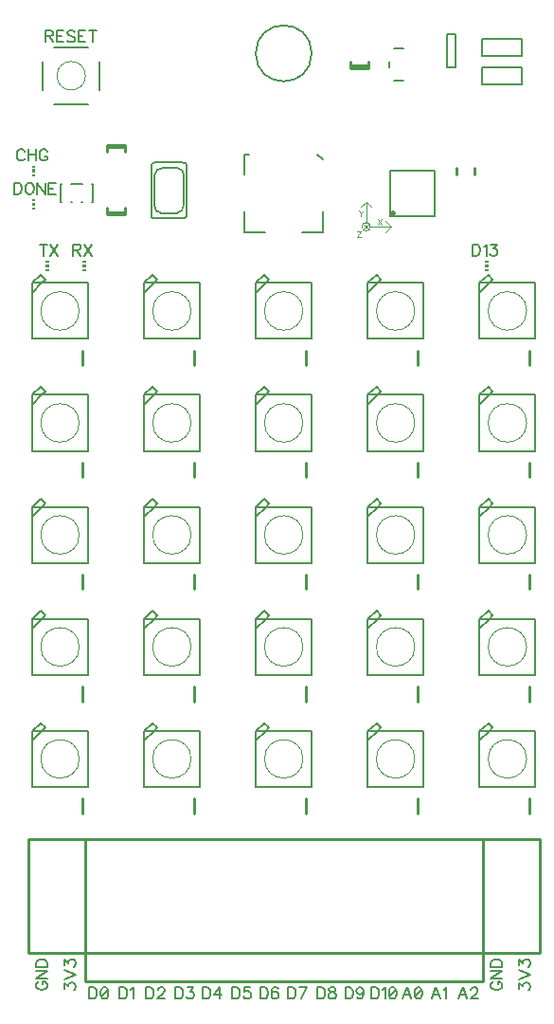
<source format=gbr>
G04 DipTrace 2.4.0.2*
%INTopSilk.gbr*%
%MOIN*%
%ADD10C,0.0098*%
%ADD12C,0.003*%
%ADD13C,0.0197*%
%ADD21C,0.0079*%
%ADD22C,0.0039*%
%ADD29C,0.005*%
%ADD30C,0.006*%
%ADD33C,0.0*%
%ADD60C,0.0062*%
%FSLAX44Y44*%
G04*
G70*
G90*
G75*
G01*
%LNTopSilk*%
%LPD*%
X3622Y30358D2*
D10*
X4252D1*
X3622Y30433D2*
X4252D1*
X3622D2*
Y30197D1*
X4252Y30433D2*
Y30197D1*
Y28067D2*
X3622D1*
X4252Y27992D2*
X3622D1*
X4252D2*
Y28228D1*
X3622Y27992D2*
Y28228D1*
X12815Y33224D2*
X12185D1*
X12815Y33150D2*
X12185D1*
X12815D2*
Y33386D1*
X12185Y33150D2*
Y33386D1*
X2756Y23208D2*
Y22697D1*
X6693Y23208D2*
Y22697D1*
X10630Y23208D2*
Y22697D1*
X14567Y23208D2*
Y22697D1*
X18504Y23208D2*
Y22697D1*
X2756Y19271D2*
Y18760D1*
X6693Y19271D2*
Y18760D1*
X10630Y19271D2*
Y18760D1*
X14567Y19271D2*
Y18760D1*
X18504Y19271D2*
Y18760D1*
X2756Y15334D2*
Y14823D1*
X6693Y15334D2*
Y14823D1*
X10630Y15334D2*
Y14823D1*
X14567Y15334D2*
Y14823D1*
X18504Y15334D2*
Y14823D1*
X2756Y11397D2*
Y10886D1*
X6693Y11397D2*
Y10886D1*
X10630Y11397D2*
Y10886D1*
X14567Y11397D2*
Y10886D1*
X18504Y11397D2*
Y10886D1*
X2756Y7460D2*
Y6949D1*
X6693Y7460D2*
Y6949D1*
X10630Y7460D2*
Y6949D1*
X14567Y7460D2*
Y6949D1*
X18504Y7460D2*
Y6949D1*
X16820Y34158D2*
D29*
X18220D1*
Y33558D1*
X16820D1*
Y34158D1*
Y33174D2*
X18220D1*
Y32574D1*
X16820D1*
Y33174D1*
X15926Y29645D2*
D10*
Y29410D1*
X16555Y29645D2*
Y29410D1*
G36*
X1102Y29646D2*
X984D1*
Y29705D1*
X1102D1*
Y29646D1*
G37*
G36*
Y29350D2*
X984D1*
Y29409D1*
X1102D1*
Y29350D1*
G37*
G36*
Y29468D2*
X984D1*
Y29587D1*
X1102D1*
Y29468D1*
G37*
G36*
Y28465D2*
X984D1*
Y28524D1*
X1102D1*
Y28465D1*
G37*
G36*
Y28169D2*
X984D1*
Y28228D1*
X1102D1*
Y28169D1*
G37*
G36*
Y28287D2*
X984D1*
Y28405D1*
X1102D1*
Y28287D1*
G37*
G36*
X1457Y26063D2*
X1575D1*
Y26004D1*
X1457D1*
Y26063D1*
G37*
G36*
Y26358D2*
X1575D1*
Y26299D1*
X1457D1*
Y26358D1*
G37*
G36*
Y26240D2*
X1575D1*
Y26122D1*
X1457D1*
Y26240D1*
G37*
G36*
X2874Y26299D2*
X2756D1*
Y26358D1*
X2874D1*
Y26299D1*
G37*
G36*
Y26004D2*
X2756D1*
Y26063D1*
X2874D1*
Y26004D1*
G37*
G36*
Y26122D2*
X2756D1*
Y26240D1*
X2874D1*
Y26122D1*
G37*
G36*
X17047Y26299D2*
X16929D1*
Y26358D1*
X17047D1*
Y26299D1*
G37*
G36*
Y26004D2*
X16929D1*
Y26063D1*
X17047D1*
Y26004D1*
G37*
G36*
Y26122D2*
X16929D1*
Y26240D1*
X17047D1*
Y26122D1*
G37*
X1291Y24606D2*
D33*
G02X1291Y24606I677J0D01*
G01*
X2953Y23622D2*
D29*
X984D1*
Y25236D1*
Y25591D1*
X1339D1*
X2953D1*
Y23622D1*
X984Y25236D2*
X1339Y25591D1*
X1457Y25709D1*
X1299Y25866D1*
X984Y25591D1*
X5228Y24606D2*
D33*
G02X5228Y24606I677J0D01*
G01*
X6890Y23622D2*
D29*
X4921D1*
Y25236D1*
Y25591D1*
X5276D1*
X6890D1*
Y23622D1*
X4921Y25236D2*
X5276Y25591D1*
X5394Y25709D1*
X5236Y25866D1*
X4921Y25591D1*
X9165Y24606D2*
D33*
G02X9165Y24606I677J0D01*
G01*
X10827Y23622D2*
D29*
X8858D1*
Y25236D1*
Y25591D1*
X9213D1*
X10827D1*
Y23622D1*
X8858Y25236D2*
X9213Y25591D1*
X9331Y25709D1*
X9173Y25866D1*
X8858Y25591D1*
X13102Y24606D2*
D33*
G02X13102Y24606I677J0D01*
G01*
X14764Y23622D2*
D29*
X12795D1*
Y25236D1*
Y25591D1*
X13150D1*
X14764D1*
Y23622D1*
X12795Y25236D2*
X13150Y25591D1*
X13268Y25709D1*
X13110Y25866D1*
X12795Y25591D1*
X17039Y24606D2*
D33*
G02X17039Y24606I677J0D01*
G01*
X18701Y23622D2*
D29*
X16732D1*
Y25236D1*
Y25591D1*
X17087D1*
X18701D1*
Y23622D1*
X16732Y25236D2*
X17087Y25591D1*
X17205Y25709D1*
X17047Y25866D1*
X16732Y25591D1*
X1291Y20669D2*
D33*
G02X1291Y20669I677J0D01*
G01*
X2953Y19685D2*
D29*
X984D1*
Y21299D1*
Y21654D1*
X1339D1*
X2953D1*
Y19685D1*
X984Y21299D2*
X1339Y21654D1*
X1457Y21772D1*
X1299Y21929D1*
X984Y21654D1*
X5228Y20669D2*
D33*
G02X5228Y20669I677J0D01*
G01*
X6890Y19685D2*
D29*
X4921D1*
Y21299D1*
Y21654D1*
X5276D1*
X6890D1*
Y19685D1*
X4921Y21299D2*
X5276Y21654D1*
X5394Y21772D1*
X5236Y21929D1*
X4921Y21654D1*
X9165Y20669D2*
D33*
G02X9165Y20669I677J0D01*
G01*
X10827Y19685D2*
D29*
X8858D1*
Y21299D1*
Y21654D1*
X9213D1*
X10827D1*
Y19685D1*
X8858Y21299D2*
X9213Y21654D1*
X9331Y21772D1*
X9173Y21929D1*
X8858Y21654D1*
X13102Y20669D2*
D33*
G02X13102Y20669I677J0D01*
G01*
X14764Y19685D2*
D29*
X12795D1*
Y21299D1*
Y21654D1*
X13150D1*
X14764D1*
Y19685D1*
X12795Y21299D2*
X13150Y21654D1*
X13268Y21772D1*
X13110Y21929D1*
X12795Y21654D1*
X17039Y20669D2*
D33*
G02X17039Y20669I677J0D01*
G01*
X18701Y19685D2*
D29*
X16732D1*
Y21299D1*
Y21654D1*
X17087D1*
X18701D1*
Y19685D1*
X16732Y21299D2*
X17087Y21654D1*
X17205Y21772D1*
X17047Y21929D1*
X16732Y21654D1*
X1291Y16732D2*
D33*
G02X1291Y16732I677J0D01*
G01*
X2953Y15748D2*
D29*
X984D1*
Y17362D1*
Y17717D1*
X1339D1*
X2953D1*
Y15748D1*
X984Y17362D2*
X1339Y17717D1*
X1457Y17835D1*
X1299Y17992D1*
X984Y17717D1*
X5228Y16732D2*
D33*
G02X5228Y16732I677J0D01*
G01*
X6890Y15748D2*
D29*
X4921D1*
Y17362D1*
Y17717D1*
X5276D1*
X6890D1*
Y15748D1*
X4921Y17362D2*
X5276Y17717D1*
X5394Y17835D1*
X5236Y17992D1*
X4921Y17717D1*
X9165Y16732D2*
D33*
G02X9165Y16732I677J0D01*
G01*
X10827Y15748D2*
D29*
X8858D1*
Y17362D1*
Y17717D1*
X9213D1*
X10827D1*
Y15748D1*
X8858Y17362D2*
X9213Y17717D1*
X9331Y17835D1*
X9173Y17992D1*
X8858Y17717D1*
X13102Y16732D2*
D33*
G02X13102Y16732I677J0D01*
G01*
X14764Y15748D2*
D29*
X12795D1*
Y17362D1*
Y17717D1*
X13150D1*
X14764D1*
Y15748D1*
X12795Y17362D2*
X13150Y17717D1*
X13268Y17835D1*
X13110Y17992D1*
X12795Y17717D1*
X17039Y16732D2*
D33*
G02X17039Y16732I677J0D01*
G01*
X18701Y15748D2*
D29*
X16732D1*
Y17362D1*
Y17717D1*
X17087D1*
X18701D1*
Y15748D1*
X16732Y17362D2*
X17087Y17717D1*
X17205Y17835D1*
X17047Y17992D1*
X16732Y17717D1*
X1291Y12795D2*
D33*
G02X1291Y12795I677J0D01*
G01*
X2953Y11811D2*
D29*
X984D1*
Y13425D1*
Y13780D1*
X1339D1*
X2953D1*
Y11811D1*
X984Y13425D2*
X1339Y13780D1*
X1457Y13898D1*
X1299Y14055D1*
X984Y13780D1*
X5228Y12795D2*
D33*
G02X5228Y12795I677J0D01*
G01*
X6890Y11811D2*
D29*
X4921D1*
Y13425D1*
Y13780D1*
X5276D1*
X6890D1*
Y11811D1*
X4921Y13425D2*
X5276Y13780D1*
X5394Y13898D1*
X5236Y14055D1*
X4921Y13780D1*
X9165Y12795D2*
D33*
G02X9165Y12795I677J0D01*
G01*
X10827Y11811D2*
D29*
X8858D1*
Y13425D1*
Y13780D1*
X9213D1*
X10827D1*
Y11811D1*
X8858Y13425D2*
X9213Y13780D1*
X9331Y13898D1*
X9173Y14055D1*
X8858Y13780D1*
X13102Y12795D2*
D33*
G02X13102Y12795I677J0D01*
G01*
X14764Y11811D2*
D29*
X12795D1*
Y13425D1*
Y13780D1*
X13150D1*
X14764D1*
Y11811D1*
X12795Y13425D2*
X13150Y13780D1*
X13268Y13898D1*
X13110Y14055D1*
X12795Y13780D1*
X17039Y12795D2*
D33*
G02X17039Y12795I677J0D01*
G01*
X18701Y11811D2*
D29*
X16732D1*
Y13425D1*
Y13780D1*
X17087D1*
X18701D1*
Y11811D1*
X16732Y13425D2*
X17087Y13780D1*
X17205Y13898D1*
X17047Y14055D1*
X16732Y13780D1*
X1291Y8858D2*
D33*
G02X1291Y8858I677J0D01*
G01*
X2953Y7874D2*
D29*
X984D1*
Y9488D1*
Y9843D1*
X1339D1*
X2953D1*
Y7874D1*
X984Y9488D2*
X1339Y9843D1*
X1457Y9961D1*
X1299Y10118D1*
X984Y9843D1*
X5228Y8858D2*
D33*
G02X5228Y8858I677J0D01*
G01*
X6890Y7874D2*
D29*
X4921D1*
Y9488D1*
Y9843D1*
X5276D1*
X6890D1*
Y7874D1*
X4921Y9488D2*
X5276Y9843D1*
X5394Y9961D1*
X5236Y10118D1*
X4921Y9843D1*
X9165Y8858D2*
D33*
G02X9165Y8858I677J0D01*
G01*
X10827Y7874D2*
D29*
X8858D1*
Y9488D1*
Y9843D1*
X9213D1*
X10827D1*
Y7874D1*
X8858Y9488D2*
X9213Y9843D1*
X9331Y9961D1*
X9173Y10118D1*
X8858Y9843D1*
X13102Y8858D2*
D33*
G02X13102Y8858I677J0D01*
G01*
X14764Y7874D2*
D29*
X12795D1*
Y9488D1*
Y9843D1*
X13150D1*
X14764D1*
Y7874D1*
X12795Y9488D2*
X13150Y9843D1*
X13268Y9961D1*
X13110Y10118D1*
X12795Y9843D1*
X17039Y8858D2*
D33*
G02X17039Y8858I677J0D01*
G01*
X18701Y7874D2*
D29*
X16732D1*
Y9488D1*
Y9843D1*
X17087D1*
X18701D1*
Y7874D1*
X16732Y9488D2*
X17087Y9843D1*
X17205Y9961D1*
X17047Y10118D1*
X16732Y9843D1*
X2842Y6043D2*
D10*
X16843D1*
Y2043D1*
X2842D1*
Y6043D1*
Y2043D2*
X16843D1*
Y1043D1*
X2842D1*
Y2043D1*
X843Y6043D2*
X2842D1*
Y2043D1*
X843D1*
Y6043D1*
X16843D2*
X18843D1*
Y2043D1*
X16843D1*
Y6043D1*
X1862Y32874D2*
D33*
G02X1862Y32874I500J0D01*
G01*
X1362Y32386D2*
D21*
Y33374D1*
X1756Y33874D2*
X2968D1*
X3362Y33362D2*
Y32386D1*
X2968Y31874D2*
X1756D1*
X15898Y34320D2*
D30*
Y33180D1*
X15598D1*
Y34320D1*
X15898D1*
X3119Y29059D2*
Y28421D1*
X1999D2*
Y29059D1*
X2354D2*
X2765D1*
X2391Y28421D2*
X2354D1*
X2765D2*
X2728D1*
X2036D2*
X1999D1*
X3119D2*
X3082D1*
Y29059D2*
X3119D1*
X1999D2*
X2036D1*
X13709Y33828D2*
D21*
X14047D1*
Y32708D2*
X13709D1*
X13559Y33162D2*
Y33373D1*
X8465Y28091D2*
Y27362D1*
X9193D2*
X8465D1*
Y29390D2*
Y30118D1*
X8622D1*
X10492Y27362D2*
X11220D1*
Y28091D1*
Y29921D2*
X11024Y30118D1*
X13661Y28071D2*
D33*
G02X13661Y28071I39J0D01*
G01*
X15158Y27953D2*
D29*
Y29528D1*
X13583D1*
Y27953D1*
X15158D1*
X6286Y29823D2*
G02X6437Y29711I19J-131D01*
G01*
Y27966D1*
G02X6286Y27854I-131J20D01*
G01*
X5265D1*
G02X5177Y27942I0J88D01*
G01*
Y29698D1*
G02X5302Y29823I125J0D01*
G01*
X6286D1*
X5295Y28287D2*
Y29390D1*
G02X5571Y29626I256J-20D01*
G01*
X6122D1*
G02X6319Y29390I-19J-216D01*
G01*
Y28327D1*
G02X6083Y28051I-256J-20D01*
G01*
X5532D1*
G02X5295Y28287I0J236D01*
G01*
X8858Y33661D2*
D21*
G02X8858Y33661I984J0D01*
G01*
D13*
X13681Y28051D3*
X12740Y28453D2*
D22*
Y27717D1*
Y28453D2*
X12543Y28256D1*
X12740Y28453D2*
X12937Y28256D1*
X13630Y27567D2*
X13433Y27764D1*
X12886Y27567D2*
X13626D1*
X13630D2*
X13433Y27370D1*
X12591Y27565D2*
G02X12591Y27565I148J0D01*
G01*
X12843Y27669D2*
X12638Y27465D1*
Y27669D2*
X12843Y27465D1*
X727Y30195D2*
D60*
X708Y30233D1*
X669Y30271D1*
X631Y30290D1*
X555D1*
X516Y30271D1*
X478Y30233D1*
X459Y30195D1*
X440Y30137D1*
Y30041D1*
X459Y29984D1*
X478Y29946D1*
X516Y29908D1*
X555Y29888D1*
X631D1*
X669Y29908D1*
X708Y29946D1*
X727Y29984D1*
X850Y30290D2*
Y29888D1*
X1118Y30290D2*
Y29888D1*
X850Y30099D2*
X1118D1*
X1529Y30195D2*
X1510Y30233D1*
X1471Y30271D1*
X1433Y30290D1*
X1357D1*
X1318Y30271D1*
X1280Y30233D1*
X1261Y30195D1*
X1242Y30137D1*
Y30041D1*
X1261Y29984D1*
X1280Y29946D1*
X1318Y29908D1*
X1357Y29888D1*
X1433D1*
X1471Y29908D1*
X1510Y29946D1*
X1529Y29984D1*
Y30041D1*
X1433D1*
X352Y29109D2*
Y28707D1*
X486D1*
X544Y28727D1*
X582Y28765D1*
X601Y28803D1*
X620Y28860D1*
Y28956D1*
X601Y29014D1*
X582Y29052D1*
X544Y29090D1*
X486Y29109D1*
X352D1*
X859D2*
X820Y29090D1*
X782Y29052D1*
X763Y29014D1*
X744Y28956D1*
Y28860D1*
X763Y28803D1*
X782Y28765D1*
X820Y28727D1*
X859Y28707D1*
X935D1*
X973Y28727D1*
X1012Y28765D1*
X1031Y28803D1*
X1050Y28860D1*
Y28956D1*
X1031Y29014D1*
X1012Y29052D1*
X973Y29090D1*
X935Y29109D1*
X859D1*
X1441D2*
Y28707D1*
X1173Y29109D1*
Y28707D1*
X1813Y29109D2*
X1565D1*
Y28707D1*
X1813D1*
X1565Y28918D2*
X1718D1*
X1379Y26944D2*
Y26542D1*
X1245Y26944D2*
X1513D1*
X1637D2*
X1905Y26542D1*
Y26944D2*
X1637Y26542D1*
X2426Y26753D2*
X2598D1*
X2656Y26772D1*
X2675Y26791D1*
X2694Y26829D1*
Y26867D1*
X2675Y26905D1*
X2656Y26925D1*
X2598Y26944D1*
X2426D1*
Y26542D1*
X2560Y26753D2*
X2694Y26542D1*
X2818Y26944D2*
X3086Y26542D1*
Y26944D2*
X2818Y26542D1*
X16490Y26944D2*
Y26542D1*
X16624D1*
X16681Y26561D1*
X16720Y26600D1*
X16739Y26638D1*
X16758Y26695D1*
Y26791D1*
X16739Y26848D1*
X16720Y26886D1*
X16681Y26925D1*
X16624Y26944D1*
X16490D1*
X16881Y26867D2*
X16920Y26886D1*
X16977Y26944D1*
Y26542D1*
X17139Y26944D2*
X17349D1*
X17235Y26791D1*
X17292D1*
X17330Y26772D1*
X17349Y26753D1*
X17369Y26695D1*
Y26657D1*
X17349Y26600D1*
X17311Y26561D1*
X17254Y26542D1*
X17196D1*
X17139Y26561D1*
X17120Y26581D1*
X17101Y26619D1*
X1465Y34268D2*
X1637D1*
X1694Y34288D1*
X1714Y34307D1*
X1733Y34345D1*
Y34383D1*
X1714Y34421D1*
X1694Y34441D1*
X1637Y34460D1*
X1465D1*
Y34058D1*
X1599Y34268D2*
X1733Y34058D1*
X2105Y34460D2*
X1856D1*
Y34058D1*
X2105D1*
X1856Y34268D2*
X2009D1*
X2496Y34402D2*
X2458Y34441D1*
X2401Y34460D1*
X2324D1*
X2267Y34441D1*
X2228Y34402D1*
Y34364D1*
X2248Y34326D1*
X2267Y34307D1*
X2305Y34288D1*
X2420Y34249D1*
X2458Y34230D1*
X2477Y34211D1*
X2496Y34173D1*
Y34115D1*
X2458Y34077D1*
X2401Y34058D1*
X2324D1*
X2267Y34077D1*
X2228Y34115D1*
X2868Y34460D2*
X2620D1*
Y34058D1*
X2868D1*
X2620Y34268D2*
X2773D1*
X3126Y34460D2*
Y34058D1*
X2992Y34460D2*
X3260D1*
X3005Y827D2*
Y425D1*
X3139D1*
X3196Y445D1*
X3235Y483D1*
X3254Y521D1*
X3273Y578D1*
Y674D1*
X3254Y732D1*
X3235Y770D1*
X3196Y808D1*
X3139Y827D1*
X3005D1*
X3511D2*
X3454Y808D1*
X3415Y750D1*
X3396Y655D1*
Y597D1*
X3415Y502D1*
X3454Y444D1*
X3511Y425D1*
X3549D1*
X3607Y444D1*
X3645Y502D1*
X3664Y597D1*
Y655D1*
X3645Y750D1*
X3607Y808D1*
X3549Y827D1*
X3511D1*
X3645Y750D2*
X3415Y502D1*
X4067Y827D2*
Y425D1*
X4201D1*
X4259Y445D1*
X4297Y483D1*
X4316Y521D1*
X4335Y578D1*
Y674D1*
X4316Y732D1*
X4297Y770D1*
X4259Y808D1*
X4201Y827D1*
X4067D1*
X4459Y750D2*
X4497Y770D1*
X4555Y827D1*
Y425D1*
X5005Y827D2*
Y425D1*
X5139D1*
X5196Y445D1*
X5235Y483D1*
X5254Y521D1*
X5273Y578D1*
Y674D1*
X5254Y732D1*
X5235Y770D1*
X5196Y808D1*
X5139Y827D1*
X5005D1*
X5416Y731D2*
Y750D1*
X5435Y789D1*
X5454Y808D1*
X5492Y827D1*
X5569D1*
X5607Y808D1*
X5626Y789D1*
X5645Y750D1*
Y712D1*
X5626Y674D1*
X5588Y617D1*
X5396Y425D1*
X5664D1*
X6028Y827D2*
Y425D1*
X6162D1*
X6220Y445D1*
X6258Y483D1*
X6277Y521D1*
X6296Y578D1*
Y674D1*
X6277Y732D1*
X6258Y770D1*
X6220Y808D1*
X6162Y827D1*
X6028D1*
X6458D2*
X6668D1*
X6554Y674D1*
X6611D1*
X6649Y655D1*
X6668Y636D1*
X6688Y578D1*
Y540D1*
X6668Y483D1*
X6630Y444D1*
X6573Y425D1*
X6515D1*
X6458Y444D1*
X6439Y464D1*
X6420Y502D1*
X6993Y827D2*
Y425D1*
X7127D1*
X7184Y445D1*
X7223Y483D1*
X7242Y521D1*
X7261Y578D1*
Y674D1*
X7242Y732D1*
X7223Y770D1*
X7184Y808D1*
X7127Y827D1*
X6993D1*
X7576Y425D2*
Y827D1*
X7385Y559D1*
X7671D1*
X8036Y827D2*
Y425D1*
X8170D1*
X8228Y445D1*
X8266Y483D1*
X8285Y521D1*
X8304Y578D1*
Y674D1*
X8285Y732D1*
X8266Y770D1*
X8228Y808D1*
X8170Y827D1*
X8036D1*
X8657D2*
X8466D1*
X8447Y655D1*
X8466Y674D1*
X8524Y693D1*
X8581D1*
X8638Y674D1*
X8677Y636D1*
X8696Y578D1*
Y540D1*
X8677Y483D1*
X8638Y444D1*
X8581Y425D1*
X8524D1*
X8466Y444D1*
X8447Y464D1*
X8428Y502D1*
X9021Y827D2*
Y425D1*
X9155D1*
X9212Y445D1*
X9251Y483D1*
X9270Y521D1*
X9289Y578D1*
Y674D1*
X9270Y732D1*
X9251Y770D1*
X9212Y808D1*
X9155Y827D1*
X9021D1*
X9642Y770D2*
X9623Y808D1*
X9565Y827D1*
X9527D1*
X9470Y808D1*
X9431Y750D1*
X9412Y655D1*
Y559D1*
X9431Y483D1*
X9470Y444D1*
X9527Y425D1*
X9546D1*
X9603Y444D1*
X9642Y483D1*
X9661Y540D1*
Y559D1*
X9642Y617D1*
X9603Y655D1*
X9546Y674D1*
X9527D1*
X9470Y655D1*
X9431Y617D1*
X9412Y559D1*
X10005Y827D2*
Y425D1*
X10139D1*
X10196Y445D1*
X10235Y483D1*
X10254Y521D1*
X10273Y578D1*
Y674D1*
X10254Y732D1*
X10235Y770D1*
X10196Y808D1*
X10139Y827D1*
X10005D1*
X10473Y425D2*
X10664Y827D1*
X10396D1*
X11028D2*
Y425D1*
X11162D1*
X11220Y445D1*
X11258Y483D1*
X11277Y521D1*
X11296Y578D1*
Y674D1*
X11277Y732D1*
X11258Y770D1*
X11220Y808D1*
X11162Y827D1*
X11028D1*
X11515D2*
X11458Y808D1*
X11439Y770D1*
Y731D1*
X11458Y693D1*
X11496Y674D1*
X11573Y655D1*
X11630Y636D1*
X11668Y597D1*
X11687Y559D1*
Y502D1*
X11668Y464D1*
X11649Y444D1*
X11592Y425D1*
X11515D1*
X11458Y444D1*
X11439Y464D1*
X11420Y502D1*
Y559D1*
X11439Y597D1*
X11477Y636D1*
X11534Y655D1*
X11611Y674D1*
X11649Y693D1*
X11668Y731D1*
Y770D1*
X11649Y808D1*
X11592Y827D1*
X11515D1*
X12013D2*
Y425D1*
X12147D1*
X12204Y445D1*
X12243Y483D1*
X12262Y521D1*
X12281Y578D1*
Y674D1*
X12262Y732D1*
X12243Y770D1*
X12204Y808D1*
X12147Y827D1*
X12013D1*
X12653Y693D2*
X12634Y636D1*
X12596Y597D1*
X12538Y578D1*
X12519D1*
X12462Y597D1*
X12424Y636D1*
X12404Y693D1*
Y712D1*
X12424Y770D1*
X12462Y808D1*
X12519Y827D1*
X12538D1*
X12596Y808D1*
X12634Y770D1*
X12653Y693D1*
Y597D1*
X12634Y502D1*
X12596Y444D1*
X12538Y425D1*
X12500D1*
X12443Y444D1*
X12424Y483D1*
X12938Y827D2*
Y425D1*
X13072D1*
X13129Y445D1*
X13168Y483D1*
X13187Y521D1*
X13206Y578D1*
Y674D1*
X13187Y732D1*
X13168Y770D1*
X13129Y808D1*
X13072Y827D1*
X12938D1*
X13329Y750D2*
X13368Y770D1*
X13425Y827D1*
Y425D1*
X13664Y827D2*
X13606Y808D1*
X13568Y750D1*
X13549Y655D1*
Y597D1*
X13568Y502D1*
X13606Y444D1*
X13664Y425D1*
X13702D1*
X13759Y444D1*
X13797Y502D1*
X13817Y597D1*
Y655D1*
X13797Y750D1*
X13759Y808D1*
X13702Y827D1*
X13664D1*
X13797Y750D2*
X13568Y502D1*
X14327Y425D2*
X14174Y827D1*
X14021Y425D1*
X14078Y559D2*
X14270D1*
X14565Y827D2*
X14508Y808D1*
X14470Y750D1*
X14451Y655D1*
Y597D1*
X14470Y502D1*
X14508Y444D1*
X14565Y425D1*
X14604D1*
X14661Y444D1*
X14699Y502D1*
X14718Y597D1*
Y655D1*
X14699Y750D1*
X14661Y808D1*
X14604Y827D1*
X14565D1*
X14699Y750D2*
X14470Y502D1*
X15351Y425D2*
X15197Y827D1*
X15044Y425D1*
X15102Y559D2*
X15293D1*
X15474Y750D2*
X15513Y770D1*
X15570Y827D1*
Y425D1*
X16296D2*
X16142Y827D1*
X15989Y425D1*
X16047Y559D2*
X16238D1*
X16438Y731D2*
Y750D1*
X16458Y789D1*
X16477Y808D1*
X16515Y827D1*
X16591D1*
X16630Y808D1*
X16649Y789D1*
X16668Y750D1*
Y712D1*
X16649Y674D1*
X16610Y617D1*
X16419Y425D1*
X16687D1*
X18120Y766D2*
Y976D1*
X18273Y861D1*
Y919D1*
X18292Y957D1*
X18311Y976D1*
X18368Y995D1*
X18406D1*
X18464Y976D1*
X18502Y938D1*
X18521Y880D1*
Y823D1*
X18502Y766D1*
X18483Y747D1*
X18445Y727D1*
X18120Y1119D2*
X18521Y1272D1*
X18120Y1425D1*
Y1587D2*
Y1797D1*
X18273Y1682D1*
Y1740D1*
X18292Y1778D1*
X18311Y1797D1*
X18368Y1816D1*
X18406D1*
X18464Y1797D1*
X18502Y1759D1*
X18521Y1701D1*
Y1644D1*
X18502Y1587D1*
X18483Y1568D1*
X18445Y1548D1*
X17221Y1024D2*
X17183Y1005D1*
X17145Y966D1*
X17126Y928D1*
Y852D1*
X17145Y813D1*
X17183Y775D1*
X17221Y756D1*
X17279Y737D1*
X17375D1*
X17432Y756D1*
X17470Y775D1*
X17508Y813D1*
X17528Y852D1*
Y928D1*
X17508Y966D1*
X17470Y1005D1*
X17432Y1024D1*
X17375D1*
Y928D1*
X17126Y1415D2*
X17528D1*
X17126Y1147D1*
X17528D1*
X17126Y1539D2*
X17528D1*
Y1673D1*
X17508Y1730D1*
X17470Y1768D1*
X17432Y1788D1*
X17375Y1807D1*
X17279D1*
X17221Y1788D1*
X17183Y1768D1*
X17145Y1730D1*
X17126Y1673D1*
Y1539D1*
X2116Y766D2*
Y976D1*
X2269Y861D1*
Y919D1*
X2288Y957D1*
X2307Y976D1*
X2365Y995D1*
X2403D1*
X2460Y976D1*
X2498Y938D1*
X2517Y880D1*
Y823D1*
X2498Y766D1*
X2479Y747D1*
X2441Y727D1*
X2116Y1119D2*
X2517Y1272D1*
X2116Y1425D1*
Y1587D2*
Y1797D1*
X2269Y1682D1*
Y1740D1*
X2288Y1778D1*
X2307Y1797D1*
X2365Y1816D1*
X2403D1*
X2460Y1797D1*
X2498Y1759D1*
X2517Y1701D1*
Y1644D1*
X2498Y1587D1*
X2479Y1568D1*
X2441Y1548D1*
X1217Y1024D2*
X1179Y1005D1*
X1141Y966D1*
X1122Y928D1*
Y852D1*
X1141Y813D1*
X1179Y775D1*
X1217Y756D1*
X1275Y737D1*
X1371D1*
X1428Y756D1*
X1466Y775D1*
X1504Y813D1*
X1524Y852D1*
Y928D1*
X1504Y966D1*
X1466Y1005D1*
X1428Y1024D1*
X1371D1*
Y928D1*
X1122Y1415D2*
X1524D1*
X1122Y1147D1*
X1524D1*
X1122Y1539D2*
X1524D1*
Y1673D1*
X1504Y1730D1*
X1466Y1768D1*
X1428Y1788D1*
X1371Y1807D1*
X1275D1*
X1217Y1788D1*
X1179Y1768D1*
X1141Y1730D1*
X1122Y1673D1*
Y1539D1*
X12489Y28127D2*
D12*
X12566Y28032D1*
Y27927D1*
X12642Y28127D2*
X12566Y28032D1*
X13151Y27852D2*
X13285Y27651D1*
Y27852D2*
X13151Y27651D1*
X12434Y27395D2*
X12568D1*
X12434Y27194D1*
X12568D1*
M02*

</source>
